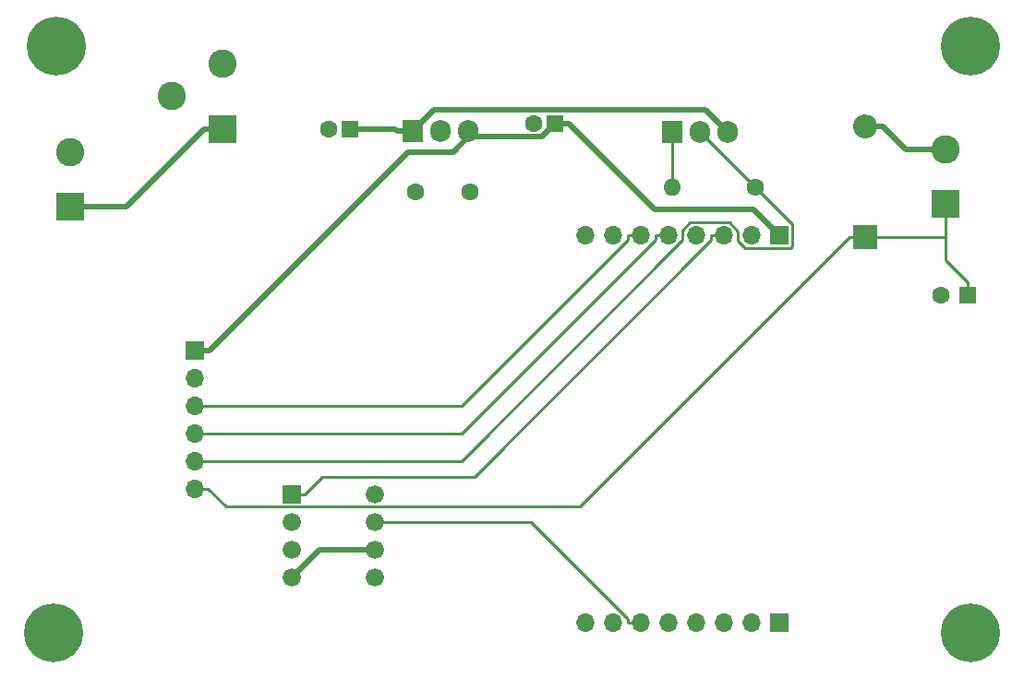
<source format=gtl>
G04 #@! TF.GenerationSoftware,KiCad,Pcbnew,5.0.2+dfsg1-1~bpo9+1*
G04 #@! TF.CreationDate,2019-06-18T09:34:39+01:00*
G04 #@! TF.ProjectId,PSU,5053552e-6b69-4636-9164-5f7063625858,rev?*
G04 #@! TF.SameCoordinates,Original*
G04 #@! TF.FileFunction,Copper,L1,Top*
G04 #@! TF.FilePolarity,Positive*
%FSLAX46Y46*%
G04 Gerber Fmt 4.6, Leading zero omitted, Abs format (unit mm)*
G04 Created by KiCad (PCBNEW 5.0.2+dfsg1-1~bpo9+1) date Tue 18 Jun 2019 09:34:39 IST*
%MOMM*%
%LPD*%
G01*
G04 APERTURE LIST*
G04 #@! TA.AperFunction,ComponentPad*
%ADD10C,5.400000*%
G04 #@! TD*
G04 #@! TA.AperFunction,ComponentPad*
%ADD11R,2.600000X2.600000*%
G04 #@! TD*
G04 #@! TA.AperFunction,ComponentPad*
%ADD12C,2.600000*%
G04 #@! TD*
G04 #@! TA.AperFunction,ComponentPad*
%ADD13C,1.600000*%
G04 #@! TD*
G04 #@! TA.AperFunction,ComponentPad*
%ADD14R,1.600000X1.600000*%
G04 #@! TD*
G04 #@! TA.AperFunction,ComponentPad*
%ADD15R,1.700000X1.700000*%
G04 #@! TD*
G04 #@! TA.AperFunction,ComponentPad*
%ADD16O,1.700000X1.700000*%
G04 #@! TD*
G04 #@! TA.AperFunction,ComponentPad*
%ADD17O,2.200000X2.200000*%
G04 #@! TD*
G04 #@! TA.AperFunction,ComponentPad*
%ADD18R,2.200000X2.200000*%
G04 #@! TD*
G04 #@! TA.AperFunction,ComponentPad*
%ADD19O,1.905000X2.000000*%
G04 #@! TD*
G04 #@! TA.AperFunction,ComponentPad*
%ADD20R,1.905000X2.000000*%
G04 #@! TD*
G04 #@! TA.AperFunction,ComponentPad*
%ADD21O,1.600000X1.600000*%
G04 #@! TD*
G04 #@! TA.AperFunction,ComponentPad*
%ADD22R,1.676400X1.676400*%
G04 #@! TD*
G04 #@! TA.AperFunction,ComponentPad*
%ADD23C,1.676400*%
G04 #@! TD*
G04 #@! TA.AperFunction,Conductor*
%ADD24C,0.250000*%
G04 #@! TD*
G04 #@! TA.AperFunction,Conductor*
%ADD25C,0.500000*%
G04 #@! TD*
G04 APERTURE END LIST*
D10*
G04 #@! TO.P,REF4,1*
G04 #@! TO.N,N/C*
X126746000Y-36830000D03*
G04 #@! TD*
G04 #@! TO.P,REF3,1*
G04 #@! TO.N,N/C*
X126746000Y-90678000D03*
G04 #@! TD*
G04 #@! TO.P,REF2,1*
G04 #@! TO.N,N/C*
X42672000Y-90678000D03*
G04 #@! TD*
D11*
G04 #@! TO.P,J2,1*
G04 #@! TO.N,+15V*
X58166000Y-44450000D03*
D12*
G04 #@! TO.P,J2,2*
G04 #@! TO.N,GND*
X58166000Y-38450000D03*
G04 #@! TO.P,J2,3*
X53466000Y-41450000D03*
G04 #@! TD*
D13*
G04 #@! TO.P,C3,2*
G04 #@! TO.N,GND*
X86646000Y-43942000D03*
D14*
G04 #@! TO.P,C3,1*
G04 #@! TO.N,+5V*
X88646000Y-43942000D03*
G04 #@! TD*
G04 #@! TO.P,C1,1*
G04 #@! TO.N,+15V*
X69850000Y-44450000D03*
D13*
G04 #@! TO.P,C1,2*
G04 #@! TO.N,GND*
X67850000Y-44450000D03*
G04 #@! TD*
D14*
G04 #@! TO.P,C4,1*
G04 #@! TO.N,Net-(C4-Pad1)*
X126492000Y-59690000D03*
D13*
G04 #@! TO.P,C4,2*
G04 #@! TO.N,GND*
X123992000Y-59690000D03*
G04 #@! TD*
G04 #@! TO.P,C2,1*
G04 #@! TO.N,+15V*
X75829600Y-50225700D03*
G04 #@! TO.P,C2,2*
G04 #@! TO.N,GND*
X80829600Y-50225700D03*
G04 #@! TD*
D15*
G04 #@! TO.P,J4,1*
G04 #@! TO.N,+5V*
X55626000Y-64770000D03*
D16*
G04 #@! TO.P,J4,2*
G04 #@! TO.N,GND*
X55626000Y-67310000D03*
G04 #@! TO.P,J4,3*
G04 #@! TO.N,Net-(J4-Pad3)*
X55626000Y-69850000D03*
G04 #@! TO.P,J4,4*
G04 #@! TO.N,Net-(J4-Pad4)*
X55626000Y-72390000D03*
G04 #@! TO.P,J4,5*
G04 #@! TO.N,Net-(J4-Pad5)*
X55626000Y-74930000D03*
G04 #@! TO.P,J4,6*
G04 #@! TO.N,Net-(C4-Pad1)*
X55626000Y-77470000D03*
G04 #@! TD*
G04 #@! TO.P,J6,8*
G04 #@! TO.N,Net-(J6-Pad8)*
X91441000Y-89806300D03*
G04 #@! TO.P,J6,7*
G04 #@! TO.N,Net-(J6-Pad7)*
X93981000Y-89806300D03*
G04 #@! TO.P,J6,6*
G04 #@! TO.N,Net-(J6-Pad6)*
X96521000Y-89806300D03*
G04 #@! TO.P,J6,5*
G04 #@! TO.N,Net-(J6-Pad5)*
X99061000Y-89806300D03*
G04 #@! TO.P,J6,4*
G04 #@! TO.N,Net-(J6-Pad4)*
X101601000Y-89806300D03*
G04 #@! TO.P,J6,3*
G04 #@! TO.N,Net-(J6-Pad3)*
X104141000Y-89806300D03*
G04 #@! TO.P,J6,2*
G04 #@! TO.N,Net-(J6-Pad2)*
X106681000Y-89806300D03*
D15*
G04 #@! TO.P,J6,1*
G04 #@! TO.N,Net-(J6-Pad1)*
X109221000Y-89806300D03*
G04 #@! TD*
G04 #@! TO.P,J5,1*
G04 #@! TO.N,+5V*
X109221000Y-54246300D03*
D16*
G04 #@! TO.P,J5,2*
G04 #@! TO.N,GND*
X106681000Y-54246300D03*
G04 #@! TO.P,J5,3*
G04 #@! TO.N,Net-(J5-Pad3)*
X104141000Y-54246300D03*
G04 #@! TO.P,J5,4*
G04 #@! TO.N,Net-(J5-Pad4)*
X101601000Y-54246300D03*
G04 #@! TO.P,J5,5*
G04 #@! TO.N,Net-(J4-Pad4)*
X99061000Y-54246300D03*
G04 #@! TO.P,J5,6*
G04 #@! TO.N,Net-(J4-Pad3)*
X96521000Y-54246300D03*
G04 #@! TO.P,J5,7*
G04 #@! TO.N,Net-(J5-Pad7)*
X93981000Y-54246300D03*
G04 #@! TO.P,J5,8*
G04 #@! TO.N,Net-(J5-Pad8)*
X91441000Y-54246300D03*
G04 #@! TD*
D17*
G04 #@! TO.P,D2,2*
G04 #@! TO.N,GND*
X117094000Y-44196000D03*
D18*
G04 #@! TO.P,D2,1*
G04 #@! TO.N,Net-(C4-Pad1)*
X117094000Y-54356000D03*
G04 #@! TD*
D19*
G04 #@! TO.P,U1,3*
G04 #@! TO.N,+5V*
X80655600Y-44637700D03*
G04 #@! TO.P,U1,2*
G04 #@! TO.N,GND*
X78115600Y-44637700D03*
D20*
G04 #@! TO.P,U1,1*
G04 #@! TO.N,+15V*
X75575600Y-44637700D03*
G04 #@! TD*
G04 #@! TO.P,Q1,1*
G04 #@! TO.N,Net-(Q1-Pad1)*
X99354000Y-44738400D03*
D19*
G04 #@! TO.P,Q1,2*
G04 #@! TO.N,Net-(J4-Pad5)*
X101894000Y-44738400D03*
G04 #@! TO.P,Q1,3*
G04 #@! TO.N,+15V*
X104434000Y-44738400D03*
G04 #@! TD*
D13*
G04 #@! TO.P,R1,1*
G04 #@! TO.N,Net-(J4-Pad5)*
X106974000Y-49818400D03*
D21*
G04 #@! TO.P,R1,2*
G04 #@! TO.N,Net-(Q1-Pad1)*
X99354000Y-49818400D03*
G04 #@! TD*
D12*
G04 #@! TO.P,J3,2*
G04 #@! TO.N,GND*
X124460000Y-46308000D03*
D11*
G04 #@! TO.P,J3,1*
G04 #@! TO.N,Net-(C4-Pad1)*
X124460000Y-51308000D03*
G04 #@! TD*
G04 #@! TO.P,J1,1*
G04 #@! TO.N,+15V*
X44196000Y-51562000D03*
D12*
G04 #@! TO.P,J1,2*
G04 #@! TO.N,GND*
X44196000Y-46562000D03*
G04 #@! TD*
D22*
G04 #@! TO.P,U2,1*
G04 #@! TO.N,Net-(J5-Pad3)*
X64516000Y-77978000D03*
D23*
G04 #@! TO.P,U2,2*
G04 #@! TO.N,Net-(J5-Pad7)*
X64516000Y-80518000D03*
G04 #@! TO.P,U2,3*
G04 #@! TO.N,Net-(U2-Pad3)*
X64516000Y-83058000D03*
G04 #@! TO.P,U2,4*
G04 #@! TO.N,GND*
X64516000Y-85598000D03*
G04 #@! TO.P,U2,5*
G04 #@! TO.N,Net-(Q1-Pad1)*
X72136000Y-85598000D03*
G04 #@! TO.P,U2,6*
G04 #@! TO.N,GND*
X72136000Y-83058000D03*
G04 #@! TO.P,U2,7*
G04 #@! TO.N,Net-(J6-Pad6)*
X72136000Y-80518000D03*
G04 #@! TO.P,U2,8*
G04 #@! TO.N,+5V*
X72136000Y-77978000D03*
G04 #@! TD*
D10*
G04 #@! TO.P,REF1,1*
G04 #@! TO.N,N/C*
X42926000Y-36830000D03*
G04 #@! TD*
D24*
G04 #@! TO.N,Net-(J5-Pad3)*
X102965700Y-54246300D02*
X102965700Y-54613600D01*
X102965700Y-54613600D02*
X81215100Y-76364200D01*
X81215100Y-76364200D02*
X67293300Y-76364200D01*
X67293300Y-76364200D02*
X65679500Y-77978000D01*
X104141000Y-54246300D02*
X102965700Y-54246300D01*
X64516000Y-77978000D02*
X65679500Y-77978000D01*
D25*
G04 #@! TO.N,GND*
X64516000Y-85598000D02*
X67056000Y-83058000D01*
X67056000Y-83058000D02*
X72136000Y-83058000D01*
X117094000Y-44196000D02*
X118644300Y-44196000D01*
X124460000Y-46308000D02*
X120756300Y-46308000D01*
X120756300Y-46308000D02*
X118644300Y-44196000D01*
D24*
G04 #@! TO.N,Net-(Q1-Pad1)*
X99354000Y-49818400D02*
X99354000Y-44738400D01*
G04 #@! TO.N,Net-(J6-Pad6)*
X96521000Y-89806300D02*
X95345700Y-89806300D01*
X72136000Y-80518000D02*
X86424700Y-80518000D01*
X86424700Y-80518000D02*
X95345700Y-89439000D01*
X95345700Y-89439000D02*
X95345700Y-89806300D01*
D25*
G04 #@! TO.N,+5V*
X80655600Y-45195500D02*
X80655600Y-44637700D01*
X56926300Y-64770000D02*
X75128600Y-46567700D01*
X75128600Y-46567700D02*
X79283400Y-46567700D01*
X79283400Y-46567700D02*
X80655600Y-45195500D01*
X80655600Y-45195500D02*
X87392500Y-45195500D01*
X87392500Y-45195500D02*
X88646000Y-43942000D01*
X55626000Y-64770000D02*
X56926300Y-64770000D01*
X88646000Y-43942000D02*
X89896300Y-43942000D01*
X109221000Y-54246300D02*
X106825200Y-51850500D01*
X106825200Y-51850500D02*
X97804800Y-51850500D01*
X97804800Y-51850500D02*
X89896300Y-43942000D01*
G04 #@! TO.N,+15V*
X58166000Y-44450000D02*
X56415700Y-44450000D01*
X44196000Y-51562000D02*
X49303700Y-51562000D01*
X49303700Y-51562000D02*
X56415700Y-44450000D01*
X104434000Y-44738400D02*
X102384300Y-42688700D01*
X102384300Y-42688700D02*
X77524600Y-42688700D01*
X77524600Y-42688700D02*
X75575600Y-44637700D01*
X75575600Y-44637700D02*
X74172800Y-44637700D01*
X69850000Y-44450000D02*
X73985100Y-44450000D01*
X73985100Y-44450000D02*
X74172800Y-44637700D01*
D24*
G04 #@! TO.N,Net-(C4-Pad1)*
X124460000Y-54356000D02*
X124460000Y-56532700D01*
X124460000Y-56532700D02*
X126492000Y-58564700D01*
X124460000Y-51308000D02*
X124460000Y-54356000D01*
X124460000Y-54356000D02*
X117094000Y-54356000D01*
X117094000Y-54356000D02*
X115668700Y-54356000D01*
X55626000Y-77470000D02*
X56801300Y-77470000D01*
X56801300Y-77470000D02*
X58472800Y-79141500D01*
X58472800Y-79141500D02*
X90883200Y-79141500D01*
X90883200Y-79141500D02*
X115668700Y-54356000D01*
X126492000Y-59690000D02*
X126492000Y-58564700D01*
G04 #@! TO.N,Net-(J4-Pad5)*
X55626000Y-74930000D02*
X80039700Y-74930000D01*
X80039700Y-74930000D02*
X100331000Y-54638700D01*
X100331000Y-54638700D02*
X100331000Y-53756800D01*
X100331000Y-53756800D02*
X101016900Y-53070900D01*
X101016900Y-53070900D02*
X104629800Y-53070900D01*
X104629800Y-53070900D02*
X105411000Y-53852100D01*
X105411000Y-53852100D02*
X105411000Y-54735100D01*
X105411000Y-54735100D02*
X106097600Y-55421700D01*
X106097600Y-55421700D02*
X110235100Y-55421700D01*
X110235100Y-55421700D02*
X110396400Y-55260400D01*
X110396400Y-55260400D02*
X110396400Y-53240800D01*
X110396400Y-53240800D02*
X106974000Y-49818400D01*
X106974000Y-49818400D02*
X101894000Y-44738400D01*
G04 #@! TO.N,Net-(J4-Pad3)*
X55626000Y-69850000D02*
X80109400Y-69850000D01*
X96521000Y-54246300D02*
X95345700Y-54246300D01*
X95345700Y-54246300D02*
X95345700Y-54613700D01*
X95345700Y-54613700D02*
X80109400Y-69850000D01*
G04 #@! TO.N,Net-(J4-Pad4)*
X97885700Y-54246300D02*
X97885700Y-54613700D01*
X97885700Y-54613700D02*
X80109400Y-72390000D01*
X80109400Y-72390000D02*
X55626000Y-72390000D01*
X99061000Y-54246300D02*
X97885700Y-54246300D01*
G04 #@! TD*
M02*

</source>
